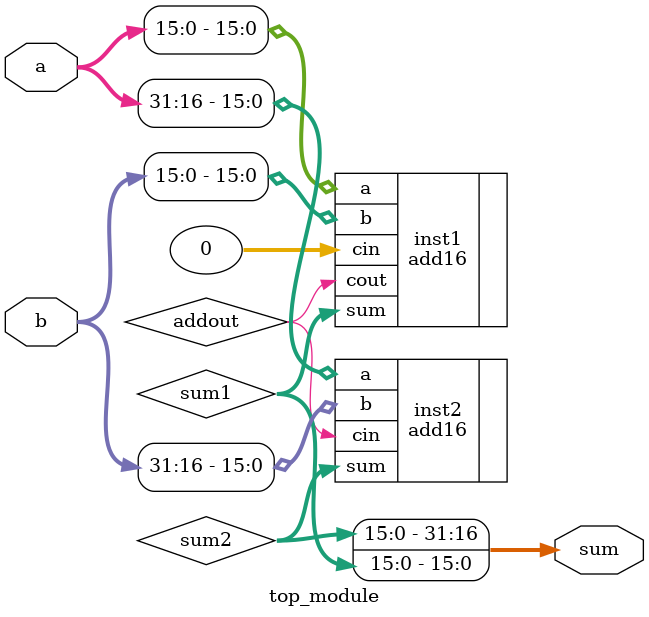
<source format=v>
module top_module(
    input [31:0] a,
    input [31:0] b,
    output [31:0] sum
);
    reg[15:0] sum1, sum2;
    wire addout;
    add16 inst1(.a(a[15:0]), .b(b[15:0]), .cin(0), .sum(sum1), .cout(addout));
    add16 inst2(.a(a[31:16]), .b(b[31:16]), .cin(addout), .sum(sum2));
    
    assign sum = {sum2, sum1};

endmodule

</source>
